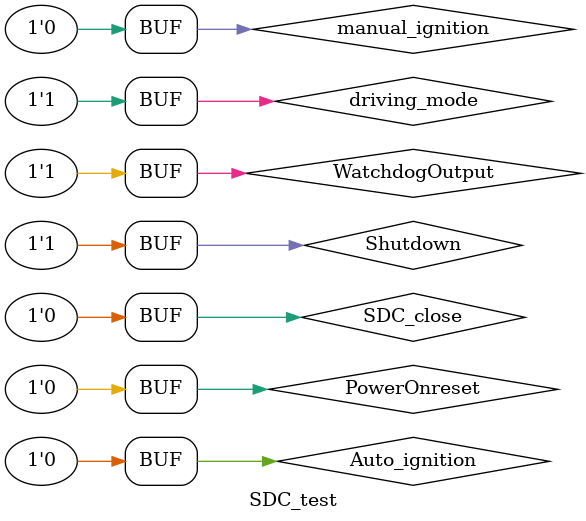
<source format=sv>
module SDC_test;

logic driving_mode;
logic manual_ignition;
logic Auto_ignition;
logic SDC_close;
logic PowerOnreset;
logic WatchdogOutput;
logic Shutdown;
logic SDCrelais;
logic SDCready;

newSDC dut (.To_SDC_relais(SDCrelais), .SDC_is_Ready(SDCready),
 .AS_close_SDC(SDC_close), .AS_driving_mode(driving_mode),
 .TS_Activation_Button_cockpit(manual_ignition), .TS_Activation_Button_external(Auto_ignition),
 .Power_on_Reset(PowerOnreset), .Watchdog(WatchdogOutput), .Shutdown_circuit(Shutdown));

 initial begin
     //resetting the system

     PowerOnreset=1'b1;

     #10
     manual_ignition= 1'b0;
     Auto_ignition= 1'b0;
     driving_mode= 1'b0;
     SDC_close=1'b0;
     Shutdown= 1'b0;
     #10

     WatchdogOutput= 1'b1;
     PowerOnreset = 1'b0;
     #10
     SDC_close = 1'b1;
     driving_mode = 1'b1;
     Auto_ignition = 1'b1;
     #1
     Auto_ignition = 1'b0;
     #9
     Shutdown = 1'b1;
     #10
     WatchdogOutput = 1'b0;
     #2
     SDC_close= 1'b0;
     #10
     WatchdogOutput = 1'b1;

     

 end
endmodule
</source>
